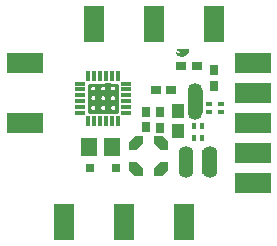
<source format=gts>
G04 DipTrace 2.4.0.2*
%INminiEL.gts*%
%MOMM*%
%ADD10C,0.25*%
%ADD19O,1.23X1.185*%
%ADD37C,0.165*%
%ADD54R,0.85X0.35*%
%ADD55R,0.35X0.85*%
%ADD56R,0.45X0.55*%
%ADD57R,0.55X0.45*%
%ADD58R,1.75X2.05*%
%ADD59R,1.75X1.65*%
%ADD60R,2.05X1.75*%
%ADD61R,2.082X1.75*%
%ADD62R,1.65X1.75*%
%ADD63R,0.65X0.65*%
%ADD64R,0.95X0.75*%
%ADD65R,1.35X1.55*%
%ADD66R,0.75X0.95*%
%ADD67R,1.05X1.15*%
%FSLAX53Y53*%
G04*
G71*
G90*
G75*
G01*
%LNTopMask*%
%LPD*%
D19*
X24171Y16348D3*
G36*
X23556Y16574D2*
X24786D1*
Y14574D1*
X23556D1*
Y16574D1*
G37*
D19*
X24171Y14800D3*
X26164Y16338D3*
G36*
X25549Y16565D2*
X26779D1*
Y14565D1*
X25549D1*
Y16565D1*
G37*
D19*
X26164Y14791D3*
D67*
X23527Y18217D3*
Y19917D3*
D66*
X21978Y19811D3*
Y18511D3*
D65*
X15989Y16828D3*
X17889D3*
D64*
X21585Y21658D3*
X22885D3*
X25064Y23742D3*
X23764D3*
D63*
X16012Y15107D3*
X18212D3*
D62*
X29050Y13810D3*
Y16350D3*
D61*
X30320Y13810D3*
Y16350D3*
D62*
X29050Y23970D3*
D60*
X30320D3*
D62*
X29050Y18890D3*
Y21430D3*
D61*
X30320Y18890D3*
Y21430D3*
D59*
X21430Y26510D3*
D58*
Y27780D3*
D62*
X11270Y18890D3*
D60*
X10000D3*
D59*
X26510Y26510D3*
D58*
Y27780D3*
D59*
X18890Y11270D3*
D58*
Y10000D3*
D59*
X16350Y26510D3*
D58*
Y27780D3*
D62*
X11270Y23970D3*
D60*
X10000D3*
D59*
X13810Y11270D3*
D58*
Y10000D3*
D59*
X23970Y11270D3*
D58*
Y10000D3*
G36*
X20520Y17121D2*
X19965Y16567D1*
X19330D1*
Y17282D1*
X19804Y17757D1*
X20520D1*
Y17121D1*
G37*
G36*
X19965Y15597D2*
X20520Y15042D1*
Y14407D1*
X19804D1*
X19330Y14881D1*
Y15597D1*
X19965D1*
G37*
G36*
X21490Y15042D2*
X22044Y15597D1*
X22680D1*
Y14881D1*
X22205Y14407D1*
X21490D1*
Y15042D1*
G37*
G36*
X22044Y16567D2*
X21490Y17121D1*
Y17757D1*
X22205D1*
X22680Y17282D1*
Y16567D1*
X22044D1*
G37*
D66*
X20813Y19825D3*
Y18525D3*
D57*
X26126Y20531D3*
Y19831D3*
X27126D3*
Y20531D3*
D56*
X25547Y18662D3*
X24847D3*
Y17662D3*
X25547D3*
D66*
X26539Y23350D3*
Y22050D3*
X15978Y19829D2*
D10*
X18294D1*
Y22139D1*
X15978D1*
Y19829D1*
G36*
X15948Y20318D2*
X18331D1*
Y20798D1*
X15948D1*
Y20318D1*
G37*
G36*
X17324Y19776D2*
X17791D1*
Y22253D1*
X17324D1*
Y19776D1*
G37*
G36*
X16464Y19793D2*
X16931D1*
Y22153D1*
X16464D1*
Y19793D1*
G37*
G36*
X15899Y21178D2*
X18369D1*
Y21651D1*
X15899D1*
Y21178D1*
G37*
X16052Y20183D2*
D37*
Y20201D1*
X16054Y20220D1*
X16058Y20238D1*
X16063Y20256D1*
X16069Y20274D1*
X16076Y20291D1*
X16084Y20308D1*
X16094Y20324D1*
X16105Y20339D1*
X16117Y20354D1*
X16130Y20368D1*
X16144Y20381D1*
X16159Y20393D1*
X16175Y20404D1*
X16191Y20413D1*
X16209Y20422D1*
X16226Y20430D1*
X16245Y20436D1*
X16264Y20441D1*
X16283Y20445D1*
X16302Y20448D1*
X16321Y20449D1*
X16341D1*
X16360Y20448D1*
X16380Y20445D1*
X16399Y20441D1*
X16417Y20436D1*
X16436Y20430D1*
X16454Y20422D1*
X16471Y20413D1*
X16487Y20404D1*
X16503Y20393D1*
X16518Y20381D1*
X16532Y20368D1*
X16545Y20354D1*
X16557Y20339D1*
X16568Y20324D1*
X16578Y20308D1*
X16586Y20291D1*
X16594Y20274D1*
X16600Y20256D1*
X16604Y20238D1*
X16608Y20220D1*
X16610Y20201D1*
X16611Y20183D1*
X16610Y20164D1*
X16608Y20145D1*
X16604Y20127D1*
X16600Y20109D1*
X16594Y20091D1*
X16586Y20074D1*
X16578Y20057D1*
X16568Y20041D1*
X16557Y20026D1*
X16545Y20011D1*
X16532Y19997D1*
X16518Y19984D1*
X16503Y19972D1*
X16487Y19961D1*
X16471Y19952D1*
X16454Y19943D1*
X16436Y19935D1*
X16417Y19929D1*
X16399Y19924D1*
X16380Y19920D1*
X16360Y19917D1*
X16341Y19916D1*
X16321D1*
X16302Y19917D1*
X16283Y19920D1*
X16264Y19924D1*
X16245Y19929D1*
X16226Y19935D1*
X16209Y19943D1*
X16191Y19952D1*
X16175Y19961D1*
X16159Y19972D1*
X16144Y19984D1*
X16130Y19997D1*
X16117Y20011D1*
X16105Y20026D1*
X16094Y20041D1*
X16084Y20057D1*
X16076Y20074D1*
X16069Y20091D1*
X16063Y20109D1*
X16058Y20127D1*
X16054Y20145D1*
X16052Y20164D1*
Y20183D1*
X17717D2*
Y20201D1*
X17719Y20220D1*
X17723Y20238D1*
X17727Y20256D1*
X17734Y20274D1*
X17741Y20291D1*
X17749Y20308D1*
X17759Y20324D1*
X17770Y20339D1*
X17782Y20354D1*
X17795Y20368D1*
X17809Y20381D1*
X17824Y20393D1*
X17840Y20404D1*
X17856Y20413D1*
X17874Y20422D1*
X17891Y20430D1*
X17910Y20436D1*
X17928Y20441D1*
X17948Y20445D1*
X17967Y20448D1*
X17986Y20449D1*
X18006D1*
X18025Y20448D1*
X18045Y20445D1*
X18064Y20441D1*
X18082Y20436D1*
X18101Y20430D1*
X18119Y20422D1*
X18136Y20413D1*
X18152Y20404D1*
X18168Y20393D1*
X18183Y20381D1*
X18197Y20368D1*
X18210Y20354D1*
X18222Y20339D1*
X18233Y20324D1*
X18243Y20308D1*
X18251Y20291D1*
X18259Y20274D1*
X18265Y20256D1*
X18269Y20238D1*
X18273Y20220D1*
X18275Y20201D1*
X18276Y20183D1*
X18275Y20164D1*
X18273Y20145D1*
X18269Y20127D1*
X18265Y20109D1*
X18259Y20091D1*
X18251Y20074D1*
X18243Y20057D1*
X18233Y20041D1*
X18222Y20026D1*
X18210Y20011D1*
X18197Y19997D1*
X18183Y19984D1*
X18168Y19972D1*
X18152Y19961D1*
X18136Y19952D1*
X18119Y19943D1*
X18101Y19935D1*
X18082Y19929D1*
X18064Y19924D1*
X18045Y19920D1*
X18025Y19917D1*
X18006Y19916D1*
X17986D1*
X17967Y19917D1*
X17948Y19920D1*
X17928Y19924D1*
X17910Y19929D1*
X17891Y19935D1*
X17874Y19943D1*
X17856Y19952D1*
X17840Y19961D1*
X17824Y19972D1*
X17809Y19984D1*
X17795Y19997D1*
X17782Y20011D1*
X17770Y20026D1*
X17759Y20041D1*
X17749Y20057D1*
X17741Y20074D1*
X17734Y20091D1*
X17727Y20109D1*
X17723Y20127D1*
X17719Y20145D1*
X17717Y20164D1*
Y20183D1*
X16052Y21832D2*
Y21851D1*
X16054Y21869D1*
X16058Y21888D1*
X16063Y21906D1*
X16069Y21923D1*
X16076Y21941D1*
X16084Y21957D1*
X16094Y21974D1*
X16105Y21989D1*
X16117Y22004D1*
X16130Y22018D1*
X16144Y22030D1*
X16159Y22042D1*
X16175Y22053D1*
X16191Y22063D1*
X16209Y22072D1*
X16226Y22080D1*
X16245Y22086D1*
X16264Y22091D1*
X16283Y22095D1*
X16302Y22097D1*
X16321Y22099D1*
X16341D1*
X16360Y22097D1*
X16380Y22095D1*
X16399Y22091D1*
X16417Y22086D1*
X16436Y22080D1*
X16454Y22072D1*
X16471Y22063D1*
X16487Y22053D1*
X16503Y22042D1*
X16518Y22030D1*
X16532Y22018D1*
X16545Y22004D1*
X16557Y21989D1*
X16568Y21974D1*
X16578Y21957D1*
X16586Y21941D1*
X16594Y21923D1*
X16600Y21906D1*
X16604Y21888D1*
X16608Y21869D1*
X16610Y21851D1*
X16611Y21832D1*
X16610Y21814D1*
X16608Y21795D1*
X16604Y21777D1*
X16600Y21759D1*
X16594Y21741D1*
X16586Y21724D1*
X16578Y21707D1*
X16568Y21691D1*
X16557Y21676D1*
X16545Y21661D1*
X16532Y21647D1*
X16518Y21634D1*
X16503Y21622D1*
X16487Y21611D1*
X16471Y21601D1*
X16454Y21593D1*
X16436Y21585D1*
X16417Y21579D1*
X16399Y21574D1*
X16380Y21570D1*
X16360Y21567D1*
X16341Y21566D1*
X16321D1*
X16302Y21567D1*
X16283Y21570D1*
X16264Y21574D1*
X16245Y21579D1*
X16226Y21585D1*
X16209Y21593D1*
X16191Y21601D1*
X16175Y21611D1*
X16159Y21622D1*
X16144Y21634D1*
X16130Y21647D1*
X16117Y21661D1*
X16105Y21676D1*
X16094Y21691D1*
X16084Y21707D1*
X16076Y21724D1*
X16069Y21741D1*
X16063Y21759D1*
X16058Y21777D1*
X16054Y21795D1*
X16052Y21814D1*
Y21832D1*
X17701D2*
X17702Y21851D1*
X17704Y21869D1*
X17707Y21888D1*
X17712Y21906D1*
X17718Y21923D1*
X17726Y21941D1*
X17734Y21957D1*
X17744Y21974D1*
X17755Y21989D1*
X17767Y22004D1*
X17780Y22018D1*
X17794Y22030D1*
X17809Y22042D1*
X17825Y22053D1*
X17841Y22063D1*
X17858Y22072D1*
X17876Y22080D1*
X17895Y22086D1*
X17913Y22091D1*
X17932Y22095D1*
X17952Y22097D1*
X17971Y22099D1*
X17991D1*
X18010Y22097D1*
X18030Y22095D1*
X18049Y22091D1*
X18067Y22086D1*
X18086Y22080D1*
X18104Y22072D1*
X18121Y22063D1*
X18137Y22053D1*
X18153Y22042D1*
X18168Y22030D1*
X18182Y22018D1*
X18195Y22004D1*
X18207Y21989D1*
X18218Y21974D1*
X18228Y21957D1*
X18237Y21941D1*
X18244Y21923D1*
X18250Y21906D1*
X18255Y21888D1*
X18258Y21869D1*
X18260Y21851D1*
X18261Y21832D1*
X18260Y21814D1*
X18258Y21795D1*
X18255Y21777D1*
X18250Y21759D1*
X18244Y21741D1*
X18237Y21724D1*
X18228Y21707D1*
X18218Y21691D1*
X18207Y21676D1*
X18195Y21661D1*
X18182Y21647D1*
X18168Y21634D1*
X18153Y21622D1*
X18137Y21611D1*
X18121Y21601D1*
X18104Y21593D1*
X18086Y21585D1*
X18067Y21579D1*
X18049Y21574D1*
X18030Y21570D1*
X18010Y21567D1*
X17991Y21566D1*
X17971D1*
X17952Y21567D1*
X17932Y21570D1*
X17913Y21574D1*
X17895Y21579D1*
X17876Y21585D1*
X17858Y21593D1*
X17841Y21601D1*
X17825Y21611D1*
X17809Y21622D1*
X17794Y21634D1*
X17780Y21647D1*
X17767Y21661D1*
X17755Y21676D1*
X17744Y21691D1*
X17734Y21707D1*
X17726Y21724D1*
X17718Y21741D1*
X17712Y21759D1*
X17707Y21777D1*
X17704Y21795D1*
X17702Y21814D1*
X17701Y21832D1*
X16892Y21008D2*
Y21026D1*
X16894Y21045D1*
X16898Y21063D1*
X16902Y21081D1*
X16908Y21099D1*
X16916Y21116D1*
X16924Y21133D1*
X16934Y21149D1*
X16945Y21164D1*
X16957Y21179D1*
X16970Y21193D1*
X16984Y21206D1*
X16999Y21218D1*
X17015Y21229D1*
X17031Y21239D1*
X17049Y21247D1*
X17066Y21255D1*
X17085Y21261D1*
X17103Y21266D1*
X17123Y21270D1*
X17142Y21273D1*
X17161Y21274D1*
X17181D1*
X17200Y21273D1*
X17220Y21270D1*
X17239Y21266D1*
X17257Y21261D1*
X17276Y21255D1*
X17294Y21247D1*
X17311Y21239D1*
X17327Y21229D1*
X17343Y21218D1*
X17358Y21206D1*
X17372Y21193D1*
X17385Y21179D1*
X17397Y21164D1*
X17408Y21149D1*
X17418Y21133D1*
X17426Y21116D1*
X17434Y21099D1*
X17440Y21081D1*
X17444Y21063D1*
X17448Y21045D1*
X17450Y21026D1*
Y21008D1*
Y20989D1*
X17448Y20971D1*
X17444Y20952D1*
X17440Y20934D1*
X17434Y20916D1*
X17426Y20899D1*
X17418Y20882D1*
X17408Y20866D1*
X17397Y20851D1*
X17385Y20836D1*
X17372Y20822D1*
X17358Y20809D1*
X17343Y20798D1*
X17327Y20787D1*
X17311Y20777D1*
X17294Y20768D1*
X17276Y20760D1*
X17257Y20754D1*
X17239Y20749D1*
X17220Y20745D1*
X17200Y20742D1*
X17181Y20741D1*
X17161D1*
X17142Y20742D1*
X17123Y20745D1*
X17103Y20749D1*
X17085Y20754D1*
X17066Y20760D1*
X17049Y20768D1*
X17031Y20777D1*
X17015Y20787D1*
X16999Y20798D1*
X16984Y20809D1*
X16970Y20822D1*
X16957Y20836D1*
X16945Y20851D1*
X16934Y20866D1*
X16924Y20882D1*
X16916Y20899D1*
X16908Y20916D1*
X16902Y20934D1*
X16898Y20952D1*
X16894Y20971D1*
X16892Y20989D1*
Y21008D1*
X16876Y21817D2*
X16877Y21836D1*
X16879Y21855D1*
X16882Y21873D1*
X16887Y21891D1*
X16893Y21909D1*
X16900Y21926D1*
X16909Y21943D1*
X16919Y21959D1*
X16930Y21974D1*
X16942Y21989D1*
X16955Y22003D1*
X16969Y22015D1*
X16984Y22027D1*
X17000Y22038D1*
X17016Y22048D1*
X17033Y22057D1*
X17051Y22064D1*
X17070Y22071D1*
X17088Y22076D1*
X17107Y22080D1*
X17127Y22082D1*
X17146Y22084D1*
X17166D1*
X17185Y22082D1*
X17205Y22080D1*
X17224Y22076D1*
X17242Y22071D1*
X17261Y22064D1*
X17279Y22057D1*
X17296Y22048D1*
X17312Y22038D1*
X17328Y22027D1*
X17343Y22015D1*
X17357Y22003D1*
X17370Y21989D1*
X17382Y21974D1*
X17393Y21959D1*
X17403Y21943D1*
X17411Y21926D1*
X17419Y21909D1*
X17425Y21891D1*
X17430Y21873D1*
X17433Y21855D1*
X17435Y21836D1*
X17436Y21817D1*
X17435Y21799D1*
X17433Y21780D1*
X17430Y21762D1*
X17425Y21744D1*
X17419Y21726D1*
X17411Y21709D1*
X17403Y21692D1*
X17393Y21676D1*
X17382Y21661D1*
X17370Y21646D1*
X17357Y21632D1*
X17343Y21619D1*
X17328Y21608D1*
X17312Y21597D1*
X17296Y21587D1*
X17279Y21578D1*
X17261Y21570D1*
X17242Y21564D1*
X17224Y21559D1*
X17205Y21555D1*
X17185Y21553D1*
X17166Y21551D1*
X17146D1*
X17127Y21553D1*
X17107Y21555D1*
X17088Y21559D1*
X17070Y21564D1*
X17051Y21570D1*
X17033Y21578D1*
X17016Y21587D1*
X17000Y21597D1*
X16984Y21608D1*
X16969Y21619D1*
X16955Y21632D1*
X16942Y21646D1*
X16930Y21661D1*
X16919Y21676D1*
X16909Y21692D1*
X16900Y21709D1*
X16893Y21726D1*
X16887Y21744D1*
X16882Y21762D1*
X16879Y21780D1*
X16877Y21799D1*
X16876Y21817D1*
Y20183D2*
X16877Y20201D1*
X16879Y20220D1*
X16882Y20238D1*
X16887Y20256D1*
X16893Y20274D1*
X16900Y20291D1*
X16909Y20308D1*
X16919Y20324D1*
X16930Y20339D1*
X16942Y20354D1*
X16955Y20368D1*
X16969Y20381D1*
X16984Y20393D1*
X17000Y20404D1*
X17016Y20413D1*
X17033Y20422D1*
X17051Y20430D1*
X17070Y20436D1*
X17088Y20441D1*
X17107Y20445D1*
X17127Y20448D1*
X17146Y20449D1*
X17166D1*
X17185Y20448D1*
X17205Y20445D1*
X17224Y20441D1*
X17242Y20436D1*
X17261Y20430D1*
X17279Y20422D1*
X17296Y20413D1*
X17312Y20404D1*
X17328Y20393D1*
X17343Y20381D1*
X17357Y20368D1*
X17370Y20354D1*
X17382Y20339D1*
X17393Y20324D1*
X17403Y20308D1*
X17411Y20291D1*
X17419Y20274D1*
X17425Y20256D1*
X17430Y20238D1*
X17433Y20220D1*
X17435Y20201D1*
X17436Y20183D1*
X17435Y20164D1*
X17433Y20145D1*
X17430Y20127D1*
X17425Y20109D1*
X17419Y20091D1*
X17411Y20074D1*
X17403Y20057D1*
X17393Y20041D1*
X17382Y20026D1*
X17370Y20011D1*
X17357Y19997D1*
X17343Y19984D1*
X17328Y19972D1*
X17312Y19961D1*
X17296Y19952D1*
X17279Y19943D1*
X17261Y19935D1*
X17242Y19929D1*
X17224Y19924D1*
X17205Y19920D1*
X17185Y19917D1*
X17166Y19916D1*
X17146D1*
X17127Y19917D1*
X17107Y19920D1*
X17088Y19924D1*
X17070Y19929D1*
X17051Y19935D1*
X17033Y19943D1*
X17016Y19952D1*
X17000Y19961D1*
X16984Y19972D1*
X16969Y19984D1*
X16955Y19997D1*
X16942Y20011D1*
X16930Y20026D1*
X16919Y20041D1*
X16909Y20057D1*
X16900Y20074D1*
X16893Y20091D1*
X16887Y20109D1*
X16882Y20127D1*
X16879Y20145D1*
X16877Y20164D1*
X16876Y20183D1*
X16052Y21008D2*
Y21026D1*
X16054Y21045D1*
X16058Y21063D1*
X16063Y21081D1*
X16069Y21099D1*
X16076Y21116D1*
X16084Y21133D1*
X16094Y21149D1*
X16105Y21164D1*
X16117Y21179D1*
X16130Y21193D1*
X16144Y21206D1*
X16159Y21218D1*
X16175Y21229D1*
X16191Y21239D1*
X16209Y21247D1*
X16226Y21255D1*
X16245Y21261D1*
X16264Y21266D1*
X16283Y21270D1*
X16302Y21273D1*
X16321Y21274D1*
X16341D1*
X16360Y21273D1*
X16380Y21270D1*
X16399Y21266D1*
X16417Y21261D1*
X16436Y21255D1*
X16454Y21247D1*
X16471Y21239D1*
X16487Y21229D1*
X16503Y21218D1*
X16518Y21206D1*
X16532Y21193D1*
X16545Y21179D1*
X16557Y21164D1*
X16568Y21149D1*
X16578Y21133D1*
X16586Y21116D1*
X16594Y21099D1*
X16600Y21081D1*
X16604Y21063D1*
X16608Y21045D1*
X16610Y21026D1*
X16611Y21008D1*
X16610Y20989D1*
X16608Y20971D1*
X16604Y20952D1*
X16600Y20934D1*
X16594Y20916D1*
X16586Y20899D1*
X16578Y20882D1*
X16568Y20866D1*
X16557Y20851D1*
X16545Y20836D1*
X16532Y20822D1*
X16518Y20809D1*
X16503Y20798D1*
X16487Y20787D1*
X16471Y20777D1*
X16454Y20768D1*
X16436Y20760D1*
X16417Y20754D1*
X16399Y20749D1*
X16380Y20745D1*
X16360Y20742D1*
X16341Y20741D1*
X16321D1*
X16302Y20742D1*
X16283Y20745D1*
X16264Y20749D1*
X16245Y20754D1*
X16226Y20760D1*
X16209Y20768D1*
X16191Y20777D1*
X16175Y20787D1*
X16159Y20798D1*
X16144Y20809D1*
X16130Y20822D1*
X16117Y20836D1*
X16105Y20851D1*
X16094Y20866D1*
X16084Y20882D1*
X16076Y20899D1*
X16069Y20916D1*
X16063Y20934D1*
X16058Y20952D1*
X16054Y20971D1*
X16052Y20989D1*
Y21008D1*
X17717D2*
Y21026D1*
X17719Y21045D1*
X17723Y21063D1*
X17727Y21081D1*
X17734Y21099D1*
X17741Y21116D1*
X17749Y21133D1*
X17759Y21149D1*
X17770Y21164D1*
X17782Y21179D1*
X17795Y21193D1*
X17809Y21206D1*
X17824Y21218D1*
X17840Y21229D1*
X17856Y21239D1*
X17874Y21247D1*
X17891Y21255D1*
X17910Y21261D1*
X17928Y21266D1*
X17948Y21270D1*
X17967Y21273D1*
X17986Y21274D1*
X18006D1*
X18025Y21273D1*
X18045Y21270D1*
X18064Y21266D1*
X18082Y21261D1*
X18101Y21255D1*
X18119Y21247D1*
X18136Y21239D1*
X18152Y21229D1*
X18168Y21218D1*
X18183Y21206D1*
X18197Y21193D1*
X18210Y21179D1*
X18222Y21164D1*
X18233Y21149D1*
X18243Y21133D1*
X18251Y21116D1*
X18259Y21099D1*
X18265Y21081D1*
X18269Y21063D1*
X18273Y21045D1*
X18275Y21026D1*
X18276Y21008D1*
X18275Y20989D1*
X18273Y20971D1*
X18269Y20952D1*
X18265Y20934D1*
X18259Y20916D1*
X18251Y20899D1*
X18243Y20882D1*
X18233Y20866D1*
X18222Y20851D1*
X18210Y20836D1*
X18197Y20822D1*
X18183Y20809D1*
X18168Y20798D1*
X18152Y20787D1*
X18136Y20777D1*
X18119Y20768D1*
X18101Y20760D1*
X18082Y20754D1*
X18064Y20749D1*
X18045Y20745D1*
X18025Y20742D1*
X18006Y20741D1*
X17986D1*
X17967Y20742D1*
X17948Y20745D1*
X17928Y20749D1*
X17910Y20754D1*
X17891Y20760D1*
X17874Y20768D1*
X17856Y20777D1*
X17840Y20787D1*
X17824Y20798D1*
X17809Y20809D1*
X17795Y20822D1*
X17782Y20836D1*
X17770Y20851D1*
X17759Y20866D1*
X17749Y20882D1*
X17741Y20899D1*
X17734Y20916D1*
X17727Y20934D1*
X17723Y20952D1*
X17719Y20971D1*
X17717Y20989D1*
Y21008D1*
D55*
X15889Y19069D3*
X16389D3*
X16889D3*
X17389D3*
X17889D3*
X18389D3*
D54*
X19054Y19734D3*
Y20234D3*
Y20734D3*
Y21234D3*
Y21734D3*
Y22234D3*
D55*
X18389Y22899D3*
X17889D3*
X17389D3*
X16889D3*
X16389D3*
X15889D3*
D54*
X15224Y22234D3*
Y21734D3*
Y21234D3*
Y20734D3*
Y20234D3*
Y19734D3*
G36*
X24408Y25132D2*
X24379Y24941D1*
X24319Y24794D1*
X24243Y24700D1*
X24167Y24624D1*
X24054Y24560D1*
X23989Y24535D1*
X23894Y24515D1*
X23843Y24504D1*
X23760Y24499D1*
X23695Y24522D1*
X23657Y24560D1*
X23632Y24586D1*
X23568Y24598D1*
X23543Y24593D1*
X23492Y24578D1*
X23464Y24548D1*
X23365Y24629D1*
X23416Y24705D1*
Y24723D1*
X23327Y24759D1*
X23314Y24814D1*
X23304Y24916D1*
X23557Y24809D1*
X23589D1*
X23632Y24817D1*
X23642Y24840D1*
X23622Y24890D1*
X23506Y24954D1*
X23335Y25025D1*
X23360Y25076D1*
X23424Y25130D1*
X23614Y25056D1*
X23608Y25094D1*
Y25132D1*
X24408D1*
G37*
D19*
X24966Y19774D3*
G36*
X25566Y19734D2*
X24366D1*
Y21709D1*
X25566D1*
Y19734D1*
G37*
D19*
X24966Y21694D3*
M02*

</source>
